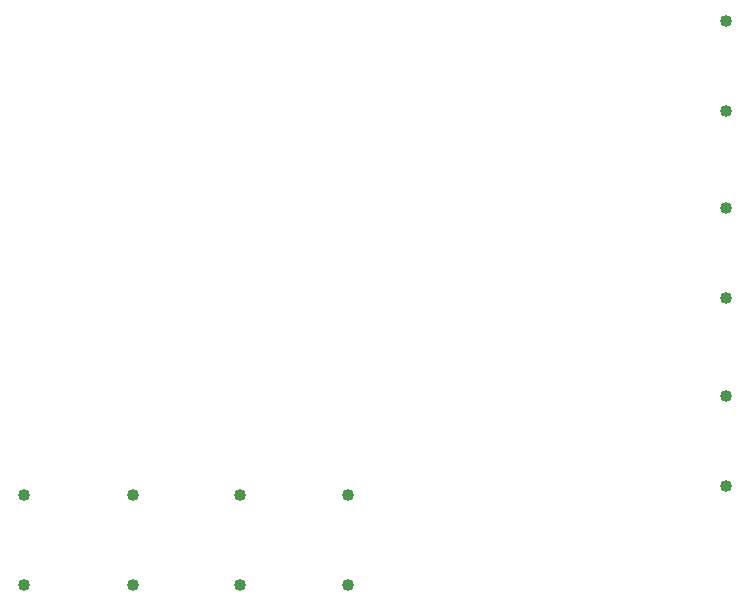
<source format=gbr>
%TF.GenerationSoftware,Altium Limited,Altium Designer,19.1.7 (138)*%
G04 Layer_Color=0*
%FSLAX26Y26*%
%MOIN*%
%TF.FileFunction,NonPlated,1,4,NPTH,Drill*%
%TF.Part,Single*%
G01*
G75*
%TA.AperFunction,ComponentDrill*%
%ADD78C,0.040157*%
D78*
X3280000Y1420000D02*
D03*
Y1120000D02*
D03*
X2560118Y1420000D02*
D03*
Y1120000D02*
D03*
X2925000Y1420000D02*
D03*
Y1120000D02*
D03*
X3640000Y1420000D02*
D03*
Y1120000D02*
D03*
X4900000Y2075000D02*
D03*
Y2375000D02*
D03*
Y1450000D02*
D03*
Y1750000D02*
D03*
X4900000Y3000000D02*
D03*
Y2700000D02*
D03*
%TF.MD5,077252acf71d740e392935190033da54*%
M02*

</source>
